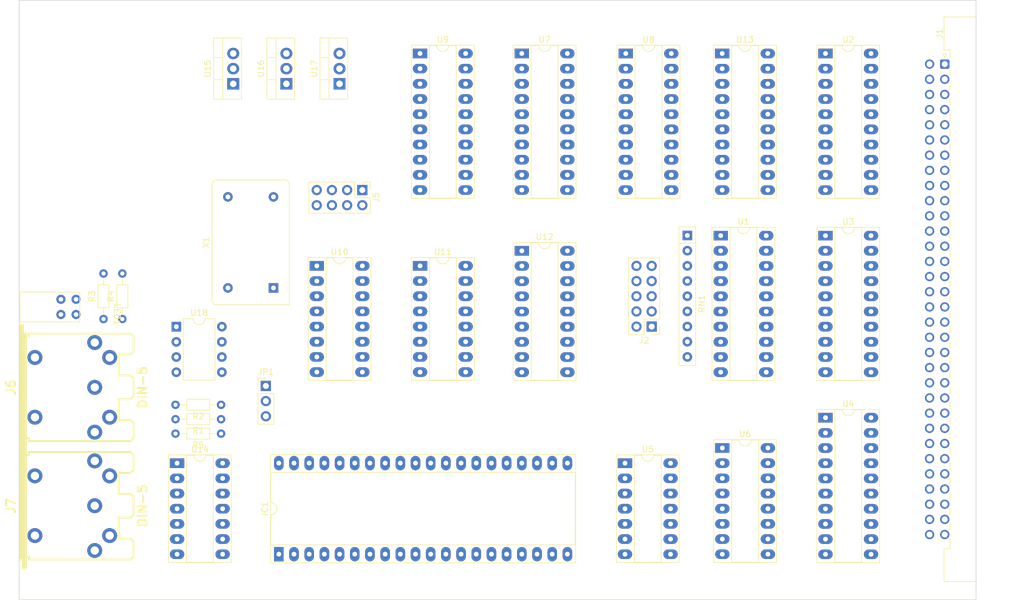
<source format=kicad_pcb>
(kicad_pcb (version 20211014) (generator pcbnew)
  (layers (0 "F.Cu" signal) (31 "B.Cu" signal) (34 "B.Paste" user) (35 "F.Paste" user) (36 "B.SilkS" user "B.Silkscreen") (37 "F.SilkS" user "F.Silkscreen") (38 "B.Mask" user) (39 "F.Mask" user) (44 "Edge.Cuts" user))
  (net 0 "")
  (net 1 "/#D1")
  (net 2 "/#D3")
  (net 3 "/#D5")
  (net 4 "/#D7")
  (net 5 "/~{INT}")
  (net 8 "/~{#M1}")
  (net 9 "+5V")
  (net 12 "MIDI_IN")
  (net 13 "Net-(IC1-Pad13)")
  (net 14 "MIDI_OUT")
  (net 19 "/#CLK_CPU")
  (net 20 "/~{#RESET}")
  (net 29 "GND")
  (net 30 "/~{#RD}")
  (net 31 "/#A1")
  (net 32 "/#A0")
  (net 33 "~{CS_SIO}")
  (net 34 "/~{#IOREQ}")
  (net 35 "/#D6")
  (net 36 "/#D4")
  (net 37 "/#D2")
  (net 38 "/#D0")
  (net 39 "/MEMAQ")
  (net 40 "/~{INT3}")
  (net 41 "/A0")
  (net 42 "/A1")
  (net 43 "/A2")
  (net 44 "/A3")
  (net 45 "/A4")
  (net 46 "/A5")
  (net 47 "/A6")
  (net 48 "/A7")
  (net 49 "/A8")
  (net 50 "/A9")
  (net 51 "/A10")
  (net 52 "/A11")
  (net 53 "/A12")
  (net 54 "/A13")
  (net 55 "/A14")
  (net 56 "/A15")
  (net 57 "/~{BUSREQ}")
  (net 58 "/~{BUSACK}")
  (net 59 "/A16")
  (net 60 "/A17")
  (net 61 "/A18")
  (net 62 "/A19")
  (net 63 "/A20")
  (net 64 "/A21")
  (net 65 "/A22{slash}SCL")
  (net 66 "/A23{slash}SDA")
  (net 67 "/~{INT0}")
  (net 68 "/~{INT1}")
  (net 69 "/~{INT2}")
  (net 70 "/D0")
  (net 71 "/D1")
  (net 72 "/D2")
  (net 73 "/D3")
  (net 74 "/D4")
  (net 75 "/D5")
  (net 76 "/D6")
  (net 77 "/D7")
  (net 78 "/~{RESET}")
  (net 79 "/CLK_CPU")
  (net 80 "/~{NMI}")
  (net 81 "/~{M1}")
  (net 82 "/~{WAIT}")
  (net 83 "/~{HALT}")
  (net 84 "/~{RD}")
  (net 85 "/~{WR}")
  (net 86 "/~{MREQ}")
  (net 87 "/~{IOREQ}")
  (net 90 "+12V")
  (net 91 "-12V")
  (net 92 "-5V")
  (net 93 "+3V3")
  (net 94 "Net-(J6-Pad4)")
  (net 95 "Net-(J6-Pad2)")
  (net 98 "Net-(JP1-Pad2)")
  (net 99 "Net-(LED1-Pad1a)")
  (net 100 "Net-(LED1-Pad1b)")
  (net 101 "Net-(LED1-Pad2a)")
  (net 102 "Net-(LED1-Pad2b)")
  (net 103 "Net-(R1-Pad2)")
  (net 104 "Net-(R2-Pad1)")
  (net 105 "Net-(J2-Pad10)")
  (net 106 "Net-(J2-Pad8)")
  (net 107 "Net-(J2-Pad6)")
  (net 108 "Net-(J2-Pad4)")
  (net 109 "Net-(RN1-Pad7)")
  (net 110 "Net-(RN1-Pad8)")
  (net 111 "Net-(RN1-Pad9)")
  (net 112 "/{slash}IOREQ")
  (net 113 "/#A3")
  (net 114 "/#A4")
  (net 115 "/#A5")
  (net 116 "/#A6")
  (net 117 "/#A7")
  (net 118 "Net-(U1-Pad19)")
  (net 119 "DEC_BUF_DIR")
  (net 120 "/#A2")
  (net 121 "/~{#WR}")
  (net 125 "~{WR_MUX}")
  (net 128 "~{RD_ADC}")
  (net 130 "~{RD_PORTB}")
  (net 131 "~{RD_PORTA}")
  (net 132 "JOYB0")
  (net 133 "JOYB1")
  (net 134 "JOYB2")
  (net 135 "JOYB3")
  (net 136 "FIREB{slash}LPB")
  (net 137 "~{ADC_RDY}")
  (net 138 "BUF_POTBX")
  (net 139 "BUF_POTBY")
  (net 140 "Net-(U5-Pad13)")
  (net 141 "ADC_START")
  (net 142 "MUX_2")
  (net 143 "MUX_1")
  (net 144 "MUX_0")
  (net 145 "JOYA0")
  (net 146 "JOYA1")
  (net 147 "JOYA2")
  (net 148 "JOYA3")
  (net 149 "FIREA{slash}LPA")
  (net 150 "BUF_POTAX")
  (net 151 "BUF_POTAY")
  (net 156 "Net-(U12-Pad3)")
  (net 157 "-10V")
  (net 158 "POTBY")
  (net 159 "POTAX")
  (net 160 "POTAY")
  (net 161 "POTBX")
  (net 162 "+10V")
  (net 163 "-15V")
  (net 172 "Net-(U5-Pad10)")
  (net 184 "Net-(U10-Pad11)")
  (net 186 "Net-(U11-Pad3)")
  (net 188 "Net-(U12-Pad2)")
  (net 189 "Net-(U12-Pad4)")
  (net 190 "Net-(U12-Pad5)")
  (net 191 "Net-(U12-Pad6)")
  (net 192 "Net-(U12-Pad7)")
  (net 193 "Net-(U12-Pad8)")
  (net 194 "Net-(U12-Pad9)")
  (net 196 "Net-(U14-Pad1)")
  (net 200 "Net-(J2-Pad2)")
  (net 202 "Net-(J7-Pad4)")
  (net 203 "Net-(J7-Pad2)")
  (footprint "Package_TO_SOT_THT:TO-220-3_Vertical" (layer "F.Cu") (at 120.396 59.182 90)
    (fp_text reference "U17" (at 2.54 -4.27 90) (layer "F.SilkS"))
    (fp_text value "LM7910_TO220")
    (pad "1" thru_hole rect (at 0 0 90) (size 1.905 2) (drill 1.1) (layers *.Cu *.Mask))
    (pad "2" thru_hole oval (at 2.54 0 90) (size 1.905 2) (drill 1.1) (layers *.Cu *.Mask))
    (pad "3" thru_hole oval (at 5.08 0 90) (size 1.905 2) (drill 1.1) (layers *.Cu *.Mask))
  )
  (footprint "Resistor_THT:R_Axial_DIN0204_L3.6mm_D1.6mm_P7.62mm_Horizontal" (layer "F.Cu") (at 84.074 98.552 90)
    (fp_text reference "R4" (at 3.81 -1.92 90) (layer "F.SilkS"))
    (fp_text value "10k")
    (pad "1" thru_hole circle (at 0 0 90) (size 1.4 1.4) (drill 0.7) (layers *.Cu *.Mask) (net 102 "Net-(LED1-Pad2b)"))
    (pad "2" thru_hole oval (at 7.62 0 90) (size 1.4 1.4) (drill 0.7) (layers *.Cu *.Mask) (net 9 "+5V"))
  )
  (footprint "Connector_DIN:DIN41612_Q_2x32_Male_Horizontal_THT" (layer "F.Cu") (at 221.609 55.88 -90)
    (fp_text reference "J1" (at -5.08 0.86 90) (layer "F.SilkS"))
    (fp_text value "Conn_02x32_Row_Letter_First")
    (pad "" np_thru_hole circle (at 83.82 -2.54 270) (size 2.85 2.85) (drill 2.85) (layers *.Cu *.Mask))
    (pad "" np_thru_hole circle (at -5.08 -2.54 270) (size 2.85 2.85) (drill 2.85) (layers *.Cu *.Mask))
    (pad "a1" thru_hole roundrect (at 0 0 270) (size 1.55 1.55) (drill 1) (layers *.Cu *.Mask) (roundrect_rratio 0.16129) (net 29 "GND"))
    (pad "a2" thru_hole circle (at 2.54 0 270) (size 1.55 1.55) (drill 1) (layers *.Cu *.Mask) (net 29 "GND"))
    (pad "a3" thru_hole circle (at 5.08 0 270) (size 1.55 1.55) (drill 1) (layers *.Cu *.Mask) (net 29 "GND"))
    (pad "a4" thru_hole circle (at 7.62 0 270) (size 1.55 1.55) (drill 1) (layers *.Cu *.Mask) (net 29 "GND"))
    (pad "a5" thru_hole circle (at 10.16 0 270) (size 1.55 1.55) (drill 1) (layers *.Cu *.Mask) (net 39 "/MEMAQ"))
    (pad "a6" thru_hole circle (at 12.7 0 270) (size 1.55 1.55) (drill 1) (layers *.Cu *.Mask) (net 40 "/~{INT3}"))
    (pad "a7" thru_hole circle (at 15.24 0 270) (size 1.55 1.55) (drill 1) (layers *.Cu *.Mask) (net 41 "/A0"))
    (pad "a8" thru_hole circle (at 17.78 0 270) (size 1.55 1.55) (drill 1) (layers *.Cu *.Mask) (net 42 "/A1"))
    (pad "a9" thru_hole circle (at 20.32 0 270) (size 1.55 1.55) (drill 1) (layers *.Cu *.Mask) (net 43 "/A2"))
    (pad "a10" thru_hole circle (at 22.86 0 270) (size 1.55 1.55) (drill 1) (layers *.Cu *.Mask) (net 44 "/A3"))
    (pad "a11" thru_hole circle (at 25.4 0 270) (size 1.55 1.55) (drill 1) (layers *.Cu *.Mask) (net 45 "/A4"))
    (pad "a12" thru_hole circle (at 27.94 0 270) (size 1.55 1.55) (drill 1) (layers *.Cu *.Mask) (net 46 "/A5"))
    (pad "a13" thru_hole circle (at 30.48 0 270) (size 1.55 1.55) (drill 1) (layers *.Cu *.Mask) (net 47 "/A6"))
    (pad "a14" thru_hole circle (at 33.02 0 270) (size 1.55 1.55) (drill 1) (layers *.Cu *.Mask) (net 48 "/A7"))
    (pad "a15" thru_hole circle (at 35.56 0 270) (size 1.55 1.55) (drill 1) (layers *.Cu *.Mask) (net 49 "/A8"))
    (pad "a16" thru_hole circle (at 38.1 0 270) (size 1.55 1.55) (drill 1) (layers *.Cu *.Mask) (net 50 "/A9"))
    (pad "a17" thru_hole circle (at 40.64 0 270) (size 1.55 1.55) (drill 1) (layers *.Cu *.Mask) (net 51 "/A10"))
    (pad "a18" thru_hole circle (at 43.18 0 270) (size 1.55 1.55) (drill 1) (layers *.Cu *.Mask) (net 52 "/A11"))
    (pad "a19" thru_hole circle (at 45.72 0 270) (size 1.55 1.55) (drill 1) (layers *.Cu *.Mask) (net 53 "/A12"))
    (pad "a20" thru_hole circle (at 48.26 0 270) (size 1.55 1.55) (drill 1) (layers *.Cu *.Mask) (net 54 "/A13"))
    (pad "a21" thru_hole circle (at 50.8 0 270) (size 1.55 1.55) (drill 1) (layers *.Cu *.Mask) (net 55 "/A14"))
    (pad "a22" thru_hole circle (at 53.34 0 270) (size 1.55 1.55) (drill 1) (layers *.Cu *.Mask) (net 56 "/A15"))
    (pad "a23" thru_hole circle (at 55.88 0 270) (size 1.55 1.55) (drill 1) (layers *.Cu *.Mask) (net 57 "/~{BUSREQ}"))
    (pad "a24" thru_hole circle (at 58.42 0 270) (size 1.55 1.55) (drill 1) (layers *.Cu *.Mask) (net 58 "/~{BUSACK}"))
    (pad "a25" thru_hole circle (at 60.96 0 270) (size 1.55 1.55) (drill 1) (layers *.Cu *.Mask) (net 59 "/A16"))
    (pad "a26" thru_hole circle (at 63.5 0 270) (size 1.55 1.55) (drill 1) (layers *.Cu *.Mask) (net 60 "/A17"))
    (pad "a27" thru_hole circle (at 66.04 0 270) (size 1.55 1.55) (drill 1) (layers *.Cu *.Mask) (net 61 "/A18"))
    (pad "a28" thru_hole circle (at 68.58 0 270) (size 1.55 1.55) (drill 1) (layers *.Cu *.Mask) (net 62 "/A19"))
    (pad "a29" thru_hole circle (at 71.12 0 270) (size 1.55 1.55) (drill 1) (layers *.Cu *.Mask) (net 63 "/A20"))
    (pad "a30" thru_hole circle (at 73.66 0 270) (size 1.55 1.55) (drill 1) (layers *.Cu *.Mask) (net 64 "/A21"))
    (pad "a31" thru_hole circle (at 76.2 0 270) (size 1.55 1.55) (drill 1) (layers *.Cu *.Mask) (net 65 "/A22{slash}SCL"))
    (pad "a32" thru_hole circle (at 78.74 0 270) (size 1.55 1.55) (drill 1) (layers *.Cu *.Mask) (net 66 "/A23{slash}SDA"))
    (pad "b1" thru_hole circle (at 0 2.54 270) (size 1.55 1.55) (drill 1) (layers *.Cu *.Mask) (net 9 "+5V"))
    (pad "b2" thru_hole circle (at 2.54 2.54 270) (size 1.55 1.55) (drill 1) (layers *.Cu *.Mask) (net 9 "+5V"))
    (pad "b3" thru_hole circle (at 5.08 2.54 270) (size 1.55 1.55) (drill 1) (layers *.Cu *.Mask) (net 9 "+5V"))
    (pad "b4" thru_hole circle (at 7.62 2.54 270) (size 1.55 1.55) (drill 1) (layers *.Cu *.Mask) (net 67 "/~{INT0}"))
    (pad "b5" thru_hole circle (at 10.16 2.54 270) (size 1.55 1.55) (drill 1) (layers *.Cu *.Mask) (net 68 "/~{INT1}"))
    (pad "b6" thru_hole circle (at 12.7 2.54 270) (size 1.55 1.55) (drill 1) (layers *.Cu *.Mask) (net 69 "/~{INT2}"))
    (pad "b7" thru_hole circle (at 15.24 2.54 270) (size 1.55 1.55) (drill 1) (layers *.Cu *.Mask) (net 70 "/D0"))
    (pad "b8" thru_hole circle (at 17.78 2.54 270) (size 1.55 1.55) (drill 1) (layers *.Cu *.Mask) (net 71 "/D1"))
    (pad "b9" thru_hole circle (at 20.32 2.54 270) (size 1.55 1.55) (drill 1) (layers *.Cu *.Mask) (net 72 "/D2"))
    (pad "b10" thru_hole circle (at 22.86 2.54 270) (size 1.55 1.55) (drill 1) (layers *.Cu *.Mask) (net 73 "/D3"))
    (pad "b11" thru_hole circle (at 25.4 2.54 270) (size 1.55 1.55) (drill 1) (layers *.Cu *.Mask) (net 74 "/D4"))
    (pad "b12" thru_hole circle (at 27.94 2.54 270) (size 1.55 1.55) (drill 1) (layers *.Cu *.Mask) (net 75 "/D5"))
    (pad "b13" thru_hole circle (at 30.48 2.54 270) (size 1.55 1.55) (drill 1) (layers *.Cu *.Mask) (net 76 "/D6"))
    (pad "b14" thru_hole circle (at 33.02 2.54 270) (size 1.55 1.55) (drill 1) (layers *.Cu *.Mask) (net 77 "/D7"))
    (pad "b15" thru_hole circle (at 35.56 2.54 270) (size 1.55 1.55) (drill 1) (layers *.Cu *.Mask) (net 78 "/~{RESET}"))
    (pad "b16" thru_hole circle (at 38.1 2.54 270) (size 1.55 1.55) (drill 1) (layers *.Cu *.Mask) (net 79 "/CLK_CPU"))
    (pad "b17" thru_hole circle (at 40.64 2.54 270) (size 1.55 1.55) (drill 1) (layers *.Cu *.Mask) (net 5 "/~{INT}"))
    (pad "b18" thru_hole circle (at 43.18 2.54 270) (size 1.55 1.55) (drill 1) (layers *.Cu *.Mask) (net 80 "/~{NMI}"))
    (pad "b19" thru_hole circle (at 45.72 2.54 270) (size 1.55 1.55) (drill 1) (layers *.Cu *.Mask) (net 81 "/~{M1}"))
    (pad "b20" thru_hole circle (at 48.26 2.54 270) (size 1.55 1.55) (drill 1) (layers *.Cu *.Mask) (net 82 "/~{WAIT}"))
    (pad "b21" thru_hole circle (at 50.8 2.54 270) (size 1.55 1.55) (drill 1) (layers *.Cu *.Mask) (net 83 "/~{HALT}"))
    (pad "b22" thru_hole circle (at 53.34 2.54 270) (size 1.55 1.55) (drill 1) (layers *.Cu *.Mask) (net 84 "/~{RD}"))
    (pad "b23" thru_hole circle (at 55.88 2.54 270) (size 1.55 1.55) (drill 1) (layers *.Cu *.Mask) (net 85 "/~{WR}"))
    (pad "b24" thru_hole circle (at 58.42 2.54 270) (size 1.55 1.55) (drill 1) (layers *.Cu *.Mask) (net 86 "/~{MREQ}"))
    (pad "b25" thru_hole circle (at 60.96 2.54 270) (size 1.55 1.55) (drill 1) (layers *.Cu *.Mask) (net 87 "/~{IOREQ}"))
    (pad "b26" thru_hole circle (at 63.5 2.54 270) (size 1.55 1.55) (drill 1) (layers *.Cu *.Mask))
    (pad "b27" thru_hole circle (at 66.04 2.54 270) (size 1.55 1.55) (drill 1) (layers *.Cu *.Mask))
    (pad "b28" thru_hole circle (at 68.58 2.54 270) (size 1.55 1.55) (drill 1) (layers *.Cu *.Mask) (net 90 "+12V"))
    (pad "b29" thru_hole circle (at 71.12 2.54 270) (size 1.55 1.55) (drill 1) (layers *.Cu *.Mask) (net 91 "-12V"))
    (pad "b30" thru_hole circle (at 73.66 2.54 270) (size 1.55 1.55) (drill 1) (layers *.Cu *.Mask) (net 92 "-5V"))
    (pad "b31" thru_hole circle (at 76.2 2.54 270) (size 1.55 1.55) (drill 1) (layers *.Cu *.Mask) (net 93 "+3V3"))
    (pad "b32" thru_hole circle (at 78.74 2.54 270) (size 1.55 1.55) (drill 1) (layers *.Cu *.Mask) (net 29 "GND"))
  )
  (footprint "Resistor_THT:R_Array_SIP9" (layer "F.Cu") (at 178.562 84.567 -90)
    (fp_text reference "RN1" (at 11.43 -2.4 90) (layer "F.SilkS"))
    (fp_text value "R_Network08")
    (pad "1" thru_hole rect (at 0 0 270) (size 1.6 1.6) (drill 0.8) (layers *.Cu *.Mask) (net 29 "GND"))
    (pad "2" thru_hole oval (at 2.54 0 270) (size 1.6 1.6) (drill 0.8) (layers *.Cu *.Mask) (net 105 "Net-(J2-Pad10)"))
    (pad "3" thru_hole oval (at 5.08 0 270) (size 1.6 1.6) (drill 0.8) (layers *.Cu *.Mask) (net 106 "Net-(J2-Pad8)"))
    (pad "4" thru_hole oval (at 7.62 0 270) (size 1.6 1.6) (drill 0.8) (layers *.Cu *.Mask) (net 107 "Net-(J2-Pad6)"))
    (pad "5" thru_hole oval (at 10.16 0 270) (size 1.6 1.6) (drill 0.8) (layers *.Cu *.Mask) (net 108 "Net-(J2-Pad4)"))
    (pad "6" thru_hole oval (at 12.7 0 270) (size 1.6 1.6) (drill 0.8) (layers *.Cu *.Mask) (net 200 "Net-(J2-Pad2)"))
    (pad "7" thru_hole oval (at 15.24 0 270) (size 1.6 1.6) (drill 0.8) (layers *.Cu *.Mask) (net 109 "Net-(RN1-Pad7)"))
    (pad "8" thru_hole oval (at 17.78 0 270) (size 1.6 1.6) (drill 0.8) (layers *.Cu *.Mask) (net 110 "Net-(RN1-Pad8)"))
    (pad "9" thru_hole oval (at 20.32 0 270) (size 1.6 1.6) (drill 0.8) (layers *.Cu *.Mask) (net 111 "Net-(RN1-Pad9)"))
  )
  (footprint "Connector_PinHeader_2.54mm:PinHeader_2x05_P2.54mm_Vertical" (layer "F.Cu") (at 172.598 99.817 180)
    (fp_text reference "J2" (at 1.27 -2.33) (layer "F.SilkS"))
    (fp_text value "Conn_02x05_Odd_Even")
    (pad "1" thru_hole rect (at 0 0 180) (size 1.7 1.7) (drill 1) (layers *.Cu *.Mask) (net 9 "+5V"))
    (pad "2" thru_hole oval (at 2.54 0 180) (size 1.7 1.7) (drill 1) (layers *.Cu *.Mask) (net 200 "Net-(J2-Pad2)"))
    (pad "3" thru_hole oval (at 0 2.54 180) (size 1.7 1.7) (drill 1) (layers *.Cu *.Mask) (net 9 "+5V"))
    (pad "4" thru_hole oval (at 2.54 2.54 180) (size 1.7 1.7) (drill 1) (layers *.Cu *.Mask) (net 108 "Net-(J2-Pad4)"))
    (pad "5" thru_hole oval (at 0 5.08 180) (size 1.7 1.7) (drill 1) (layers *.Cu *.Mask) (net 9 "+5V"))
    (pad "6" thru_hole oval (at 2.54 5.08 180) (size 1.7 1.7) (drill 1) (layers *.Cu *.Mask) (net 107 "Net-(J2-Pad6)"))
    (pad "7" thru_hole oval (at 0 7.62 180) (size 1.7 1.7) (drill 1) (layers *.Cu *.Mask) (net 9 "+5V"))
    (pad "8" thru_hole oval (at 2.54 7.62 180) (size 1.7 1.7) (drill 1) (layers *.Cu *.Mask) (net 106 "Net-(J2-Pad8)"))
    (pad "9" thru_hole oval (at 0 10.16 180) (size 1.7 1.7) (drill 1) (layers *.Cu *.Mask) (net 9 "+5V"))
    (pad "10" thru_hole oval (at 2.54 10.16 180) (size 1.7 1.7) (drill 1) (layers *.Cu *.Mask) (net 105 "Net-(J2-Pad10)"))
  )
  (footprint "Package_DIP:DIP-20_W7.62mm_Socket_LongPads" (layer "F.Cu") (at 150.876 54.102)
    (fp_text reference "U7" (at 3.81 -2.33) (layer "F.SilkS"))
    (fp_text value "74LS573")
    (pad "1" thru_hole rect (at 0 0) (size 2.4 1.6) (drill 0.8) (layers *.Cu *.Mask) (net 130 "~{RD_PORTB}"))
    (pad "2" thru_hole oval (at 0 2.54) (size 2.4 1.6) (drill 0.8) (layers *.Cu *.Mask) (net 132 "JOYB0"))
    (pad "3" thru_hole oval (at 0 5.08) (size 2.4 1.6) (drill 0.8) (layers *.Cu *.Mask) (net 133 "JOYB1"))
    (pad "4" thru_hole oval (at 0 7.62) (size 2.4 1.6) (drill 0.8) (layers *.Cu *.Mask) (net 134 "JOYB2"))
    (pad "5" thru_hole oval (at 0 10.16) (size 2.4 1.6) (drill 0.8) (layers *.Cu *.Mask) (net 135 "JOYB3"))
    (pad "6" thru_hole oval (at 0 12.7) (size 2.4 1.6) (drill 0.8) (layers *.Cu *.Mask) (net 136 "FIREB{slash}LPB"))
    (pad "7" thru_hole oval (at 0 15.24) (size 2.4 1.6) (drill 0.8) (layers *.Cu *.Mask) (net 137 "~{ADC_RDY}"))
    (pad "8" thru_hole oval (at 0 17.78) (size 2.4 1.6) (drill 0.8) (layers *.Cu *.Mask) (net 138 "BUF_POTBX"))
    (pad "9" thru_hole oval (at 0 20.32) (size 2.4 1.6) (drill 0.8) (layers *.Cu *.Mask) (net 139 "BUF_POTBY"))
    (pad "10" thru_hole oval (at 0 22.86) (size 2.4 1.6) (drill 0.8) (layers *.Cu *.Mask) (net 29 "GND"))
    (pad "11" thru_hole oval (at 7.62 22.86) (size 2.4 1.6) (drill 0.8) (layers *.Cu *.Mask) (net 130 "~{RD_PORTB}"))
    (pad "12" thru_hole oval (at 7.62 20.32) (size 2.4 1.6) (drill 0.8) (layers *.Cu *.Mask) (net 4 "/#D7"))
    (pad "13" thru_hole oval (at 7.62 17.78) (size 2.4 1.6) (drill 0.8) (layers *.Cu *.Mask) (net 35 "/#D6"))
    (pad "14" thru_hole oval (at 7.62 15.24) (size 2.4 1.6) (drill 0.8) (layers *.Cu *.Mask) (net 3 "/#D5"))
    (pad "15" thru_hole oval (at 7.62 12.7) (size 2.4 1.6) (drill 0.8) (layers *.Cu *.Mask) (net 36 "/#D4"))
    (pad "16" thru_hole oval (at 7.62 10.16) (size 2.4 1.6) (drill 0.8) (layers *.Cu *.Mask) (net 2 "/#D3"))
    (pad "17" thru_hole oval (at 7.62 7.62) (size 2.4 1.6) (drill 0.8) (layers *.Cu *.Mask) (net 37 "/#D2"))
    (pad "18" thru_hole oval (at 7.62 5.08) (size 2.4 1.6) (drill 0.8) (layers *.Cu *.Mask) (net 1 "/#D1"))
    (pad "19" thru_hole oval (at 7.62 2.54) (size 2.4 1.6) (drill 0.8) (layers *.Cu *.Mask) (net 38 "/#D0"))
    (pad "20" thru_hole oval (at 7.62 0) (size 2.4 1.6) (drill 0.8) (layers *.Cu *.Mask) (net 9 "+5V"))
  )
  (footprint "Package_DIP:DIP-16_W7.62mm_Socket_LongPads" (layer "F.Cu") (at 133.868 89.652)
    (fp_text reference "U11" (at 3.81 -2.33) (layer "F.SilkS"))
    (fp_text value "74HCT4051")
    (pad "1" thru_hole rect (at 0 0) (size 2.4 1.6) (drill 0.8) (layers *.Cu *.Mask))
    (pad "2" thru_hole oval (at 0 2.54) (size 2.4 1.6) (drill 0.8) (layers *.Cu *.Mask))
    (pad "3" thru_hole oval (at 0 5.08) (size 2.4 1.6) (drill 0.8) (layers *.Cu *.Mask) (net 186 "Net-(U11-Pad3)"))
    (pad "4" thru_hole oval (at 0 7.62) (size 2.4 1.6) (drill 0.8) (layers *.Cu *.Mask))
    (pad "5" thru_hole oval (at 0 10.16) (size 2.4 1.6) (drill 0.8) (layers *.Cu *.Mask))
    (pad "6" thru_hole oval (at 0 12.7) (size 2.4 1.6) (drill 0.8) (layers *.Cu *.Mask) (net 29 "GND"))
    (pad "7" thru_hole oval (at 0 15.24) (size 2.4 1.6) (drill 0.8) (layers *.Cu *.Mask) (net 157 "-10V"))
    (pad "8" thru_hole oval (at 0 17.78) (size 2.4 1.6) (drill 0.8) (layers *.Cu *.Mask) (net 29 "GND"))
    (pad "9" thru_hole oval (at 7.62 17.78) (size 2.4 1.6) (drill 0.8) (layers *.Cu *.Mask) (net 142 "MUX_2"))
    (pad "10" thru_hole oval (at 7.62 15.24) (size 2.4 1.6) (drill 0.8) (layers *.Cu *.Mask) (net 143 "MUX_1"))
    (pad "11" thru_hole oval (at 7.62 12.7) (size 2.4 1.6) (drill 0.8) (layers *.Cu *.Mask) (net 144 "MUX_0"))
    (pad "12" thru_hole oval (at 7.62 10.16) (size 2.4 1.6) (drill 0.8) (layers *.Cu *.Mask) (net 158 "POTBY"))
    (pad "13" thru_hole oval (at 7.62 7.62) (size 2.4 1.6) (drill 0.8) (layers *.Cu *.Mask) (net 159 "POTAX"))
    (pad "14" thru_hole oval (at 7.62 5.08) (size 2.4 1.6) (drill 0.8) (layers *.Cu *.Mask) (net 160 "POTAY"))
    (pad "15" thru_hole oval (at 7.62 2.54) (size 2.4 1.6) (drill 0.8) (layers *.Cu *.Mask) (net 161 "POTBX"))
    (pad "16" thru_hole oval (at 7.62 0) (size 2.4 1.6) (drill 0.8) (layers *.Cu *.Mask) (net 162 "+10V"))
  )
  (footprint "w_conn_av:din-5" (layer "F.Cu") (at 76.454 109.982 -90)
    (fp_text reference "J6" (at 0 11 90) (layer "F.SilkS") (effects (font (size 1.5 1.5) (thickness 0.3))))
    (fp_text value "DIN-5" (at 0 -11 90) (layer "F.SilkS") (effects (font (size 1.5 1.5) (thickness 0.3))))
    (pad "1" thru_hole circle locked (at 7.5 -3 270) (size 2.5 2.5) (drill 1.4) (layers *.Cu *.Mask))
    (pad "2" thru_hole circle locked (at 0 -3 270) (size 2.5 2.5) (drill 1.4) (layers *.Cu *.Mask) (net 95 "Net-(J6-Pad2)"))
    (pad "3" thru_hole circle locked (at -7.5 -3 270) (size 2.5 2.5) (drill 1.4) (layers *.Cu *.Mask))
    (pad "4" thru_hole circle locked (at 5 -5.5 270) (size 2.5 2.5) (drill 1.4) (layers *.Cu *.Mask) (net 94 "Net-(J6-Pad4)"))
    (pad "5" thru_hole circle locked (at -5 -5.5 270) (size 2.5 2.5) (drill 1.4) (layers *.Cu *.Mask))
    (pad "6" thru_hole circle locked (at 5 7 270) (size 2.5 2.5) (drill 1.4) (layers *.Cu *.Mask))
    (pad "6" thru_hole circle locked (at -5 7 270) (size 2.5 2.5) (drill 1.4) (layers *.Cu *.Mask))
  )
  (footprint "Package_DIP:DIP-20_W7.62mm_Socket_LongPads" (layer "F.Cu") (at 168.26 54.107)
    (fp_text reference "U8" (at 3.81 -2.33) (layer "F.SilkS"))
    (fp_text value "74LS573")
    (pad "1" thru_hole rect (at 0 0) (size 2.4 1.6) (drill 0.8) (layers *.Cu *.Mask) (net 29 "GND"))
    (pad "2" thru_hole oval (at 0 2.54) (size 2.4 1.6) (drill 0.8) (layers *.Cu *.Mask) (net 38 "/#D0"))
    (pad "3" thru_hole oval (at 0 5.08) (size 2.4 1.6) (drill 0.8) (layers *.Cu *.Mask) (net 1 "/#D1"))
    (pad "4" thru_hole oval (at 0 7.62) (size 2.4 1.6) (drill 0.8) (layers *.Cu *.Mask) (net 37 "/#D2"))
    (pad "5" thru_hole oval (at 0 10.16) (size 2.4 1.6) (drill 0.8) (layers *.Cu *.Mask) (net 2 "/#D3"))
    (pad "6" thru_hole oval (at 0 12.7) (size 2.4 1.6) (drill 0.8) (layers *.Cu *.Mask) (net 36 "/#D4"))
    (pad "7" thru_hole oval (at 0 15.24) (size 2.4 1.6) (drill 0.8) (layers *.Cu *.Mask) (net 3 "/#D5"))
    (pad "8" thru_hole oval (at 0 17.78) (size 2.4 1.6) (drill 0.8) (layers *.Cu *.Mask) (net 35 "/#D6"))
    (pad "9" thru_hole oval (at 0 20.32) (size 2.4 1.6) (drill 0.8) (layers *.Cu *.Mask) (net 4 "/#D7"))
    (pad "10" thru_hole oval (at 0 22.86) (size 2.4 1.6) (drill 0.8) (layers *.Cu *.Mask) (net 29 "GND"))
    (pad "11" thru_hole oval (at 7.62 22.86) (size 2.4 1.6) (drill 0.8) (layers *.Cu *.Mask) (net 140 "Net-(U5-Pad13)"))
    (pad "12" thru_hole oval (at 7.62 20.32) (size 2.4 1.6) (drill 0.8) (layers *.Cu *.Mask))
    (pad "13" thru_hole oval (at 7.62 17.78) (size 2.4 1.6) (drill 0.8) (layers *.Cu *.Mask))
    (pad "14" thru_hole oval (at 7.62 15.24) (size 2.4 1.6) (drill 0.8) (layers *.Cu *.Mask))
    (pad "15" thru_hole oval (at 7.62 12.7) (size 2.4 1.6) (drill 0.8) (layers *.Cu *.Mask))
    (pad "16" thru_hole oval (at 7.62 10.16) (size 2.4 1.6) (drill 0.8) (layers *.Cu *.Mask) (net 141 "ADC_START"))
    (pad "17" thru_hole oval (at 7.62 7.62) (size 2.4 1.6) (drill 0.8) (layers *.Cu *.Mask) (net 142 "MUX_2"))
    (pad "18" thru_hole oval (at 7.62 5.08) (size 2.4 1.6) (drill 0.8) (layers *.Cu *.Mask) (net 143 "MUX_1"))
    (pad "19" thru_hole oval (at 7.62 2.54) (size 2.4 1.6) (drill 0.8) (layers *.Cu *.Mask) (net 144 "MUX_0"))
    (pad "20" thru_hole oval (at 7.62 0) (size 2.4 1.6) (drill 0.8) (layers *.Cu *.Mask) (net 9 "+5V"))
  )
  (footprint "Resistor_THT:R_Axial_DIN0204_L3.6mm_D1.6mm_P7.62mm_Horizontal" (layer "F.Cu") (at 80.924 98.552 90)
    (fp_text reference "R3" (at 3.81 -1.92 90) (layer "F.SilkS"))
    (fp_text value "10k")
    (pad "1" thru_hole circle (at 0 0 90) (size 1.4 1.4) (drill 0.7) (layers *.Cu *.Mask) (net 100 "Net-(LED1-Pad1b)"))
    (pad "2" thru_hole oval (at 7.62 0 90) (size 1.4 1.4) (drill 0.7) (layers *.Cu *.Mask) (net 9 "+5V"))
  )
  (footprint "Package_TO_SOT_THT:TO-220-3_Vertical" (layer "F.Cu") (at 111.506 59.182 90)
    (fp_text reference "U16" (at 2.54 -4.27 90) (layer "F.SilkS"))
    (fp_text value "LM7810_TO220")
    (pad "1" thru_hole rect (at 0 0 90) (size 1.905 2) (drill 1.1) (layers *.Cu *.Mask))
    (pad "2" thru_hole oval (at 2.54 0 90) (size 1.905 2) (drill 1.1) (layers *.Cu *.Mask))
    (pad "3" thru_hole oval (at 5.08 0 90) (size 1.905 2) (drill 1.1) (layers *.Cu *.Mask))
  )
  (footprint "w_conn_av:din-5" (layer "F.Cu") (at 76.454 129.794 -90)
    (fp_text reference "J7" (at 0 11 90) (layer "F.SilkS") (effects (font (size 1.5 1.5) (thickness 0.3))))
    (fp_text value "DIN-5" (at 0 -11 90) (layer "F.SilkS") (effects (font (size 1.5 1.5) (thickness 0.3))))
    (pad "1" thru_hole circle locked (at 7.5 -3 270) (size 2.5 2.5) (drill 1.4) (layers *.Cu *.Mask))
    (pad "2" thru_hole circle locked (at 0 -3 270) (size 2.5 2.5) (drill 1.4) (layers *.Cu *.Mask) (net 203 "Net-(J7-Pad2)"))
    (pad "3" thru_hole circle locked (at -7.5 -3 270) (size 2.5 2.5) (drill 1.4) (layers *.Cu *.Mask) (net 29 "GND"))
    (pad "4" thru_hole circle locked (at 5 -5.5 270) (size 2.5 2.5) (drill 1.4) (layers *.Cu *.Mask) (net 202 "Net-(J7-Pad4)"))
    (pad "5" thru_hole circle locked (at -5 -5.5 270) (size 2.5 2.5) (drill 1.4) (layers *.Cu *.Mask))
    (pad "6" thru_hole circle locked (at -5 7 270) (size 2.5 2.5) (drill 1.4) (layers *.Cu *.Mask))
    (pad "6" thru_hole circle locked (at 5 7 270) (size 2.5 2.5) (drill 1.4) (layers *.Cu *.Mask))
  )
  (footprint "Package_DIP:DIP-20_W7.62mm_Socket_LongPads" (layer "F.Cu") (at 133.858 54.102)
    (fp_text reference "U9" (at 3.81 -2.33) (layer "F.SilkS"))
    (fp_text value "74LS573")
    (pad "1" thru_hole rect (at 0 0) (size 2.4 1.6) (drill 0.8) (layers *.Cu *.Mask) (net 131 "~{RD_PORTA}"))
    (pad "2" thru_hole oval (at 0 2.54) (size 2.4 1.6) (drill 0.8) (layers *.Cu *.Mask) (net 145 "JOYA0"))
    (pad "3" thru_hole oval (at 0 5.08) (size 2.4 1.6) (drill 0.8) (layers *.Cu *.Mask) (net 146 "JOYA1"))
    (pad "4" thru_hole oval (at 0 7.62) (size 2.4 1.6) (drill 0.8) (layers *.Cu *.Mask) (net 147 "JOYA2"))
    (pad "5" thru_hole oval (at 0 10.16) (size 2.4 1.6) (drill 0.8) (layers *.Cu *.Mask) (net 148 "JOYA3"))
    (pad "6" thru_hole oval (at 0 12.7) (size 2.4 1.6) (drill 0.8) (layers *.Cu *.Mask) (net 149 "FIREA{slash}LPA"))
    (pad "7" thru_hole oval (at 0 15.24) (size 2.4 1.6) (drill 0.8) (layers *.Cu *.Mask) (net 137 "~{ADC_RDY}"))
    (pad "8" thru_hole oval (at 0 17.78) (size 2.4 1.6) (drill 0.8) (layers *.Cu *.Mask) (net 150 "BUF_POTAX"))
    (pad "9" thru_hole oval (at 0 20.32) (size 2.4 1.6) (drill 0.8) (layers *.Cu *.Mask) (net 151 "BUF_POTAY"))
    (pad "10" thru_hole oval (at 0 22.86) (size 2.4 1.6) (drill 0.8) (layers *.Cu *.Mask) (net 29 "GND"))
    (pad "11" thru_hole oval (at 7.62 22.86) (size 2.4 1.6) (drill 0.8) (layers *.Cu *.Mask) (net 131 "~{RD_PORTA}"))
    (pad "12" thru_hole oval (at 7.62 20.32) (size 2.4 1.6) (drill 0.8) (layers *.Cu *.Mask) (net 4 "/#D7"))
    (pad "13" thru_hole oval (at 7.62 17.78) (size 2.4 1.6) (drill 0.8) (layers *.Cu *.Mask) (net 35 "/#D6"))
    (pad "14" thru_hole oval (at 7.62 15.24) (size 2.4 1.6) (drill 0.8) (layers *.Cu *.Mask) (net 3 "/#D5"))
    (pad "15" thru_hole oval (at 7.62 12.7) (size 2.4 1.6) (drill 0.8) (layers *.Cu *.Mask) (net 36 "/#D4"))
    (pad "16" thru_hole oval (at 7.62 10.16) (size 2.4 1.6) (drill 0.8) (layers *.Cu *.Mask) (net 2 "/#D3"))
    (pad "17" thru_hole oval (at 7.62 7.62) (size 2.4 1.6) (drill 0.8) (layers *.Cu *.Mask) (net 37 "/#D2"))
    (pad "18" thru_hole oval (at 7.62 5.08) (size 2.4 1.6) (drill 0.8) (layers *.Cu *.Mask) (net 1 "/#D1"))
    (pad "19" thru_hole oval (at 7.62 2.54) (size 2.4 1.6) (drill 0.8) (layers *.Cu *.Mask) (net 38 "/#D0"))
    (pad "20" thru_hole oval (at 7.62 0) (size 2.4 1.6) (drill 0.8) (layers *.Cu *.Mask) (net 9 "+5V"))
  )
  (footprint "Package_DIP:DIP-18_W7.62mm_Socket_LongPads" (layer "F.Cu") (at 150.886 87.132)
    (fp_text reference "U12" (at 3.81 -2.33) (layer "F.SilkS"))
    (fp_text value "AD570")
    (pad "1" thru_hole rect (at 0 0) (size 2.4 1.6) (drill 0.8) (layers *.Cu *.Mask))
    (pad "2" thru_hole oval (at 0 2.54) (size 2.4 1.6) (drill 0.8) (layers *.Cu *.Mask) (net 188 "Net-(U12-Pad2)"))
    (pad "3" thru_hole oval (at 0 5.08) (size 2.4 1.6) (drill 0.8) (layers *.Cu *.Mask) (net 156 "Net-(U12-Pad3)"))
    (pad "4" thru_hole oval (at 0 7.62) (size 2.4 1.6) (drill 0.8) (layers *.Cu *.Mask) (net 189 "Net-(U12-Pad4)"))
    (pad "5" thru_hole oval (at 0 10.16) (size 2.4 1.6) (drill 0.8) (layers *.Cu *.Mask) (net 190 "Net-(U12-Pad5)"))
    (pad "6" thru_hole oval (at 0 12.7) (size 2.4 1.6) (drill 0.8) (layers *.Cu *.Mask) (net 191 "Net-(U12-Pad6)"))
    (pad "7" thru_hole oval (at 0 15.24) (size 2.4 1.6) (drill 0.8) (layers *.Cu *.Mask) (net 192 "Net-(U12-Pad7)"))
    (pad "8" thru_hole oval (at 0 17.78) (size 2.4 1.6) (drill 0.8) (layers *.Cu *.Mask) (net 193 "Net-(U12-Pad8)"))
    (pad "9" thru_hole oval (at 0 20.32) (size 2.4 1.6) (drill 0.8) (layers *.Cu *.Mask) (net 194 "Net-(U12-Pad9)"))
    (pad "10" thru_hole oval (at 7.62 20.32) (size 2.4 1.6) (drill 0.8) (layers *.Cu *.Mask) (net 9 "+5V"))
    (pad "11" thru_hole oval (at 7.62 17.78) (size 2.4 1.6) (drill 0.8) (layers *.Cu *.Mask) (net 141 "ADC_START"))
    (pad "12" thru_hole oval (at 7.62 15.24) (size 2.4 1.6) (drill 0.8) (layers *.Cu *.Mask) (net 163 "-15V"))
    (pad "13" thru_hole oval (at 7.62 12.7) (size 2.4 1.6) (drill 0.8) (layers *.Cu *.Mask) (net 186 "Net-(U11-Pad3)"))
    (pad "14" thru_hole oval (at 7.62 10.16) (size 2.4 1.6) (drill 0.8) (layers *.Cu *.Mask) (net 29 "GND"))
    (pad "15" thru_hole oval (at 7.62 7.62) (size 2.4 1.6) (drill 0.8) (layers *.Cu *.Mask) (net 29 "GND"))
    (pad "16" thru_hole oval (at 7.62 5.08) (size 2.4 1.6) (drill 0.8) (layers *.Cu *.Mask) (net 29 "GND"))
    (pad "17" thru_hole oval (at 7.62 2.54) (size 2.4 1.6) (drill 0.8) (layers *.Cu *.Mask) (net 137 "~{ADC_RDY}"))
    (pad "18" thru_hole oval (at 7.62 0) (size 2.4 1.6) (drill 0.8) (layers *.Cu *.Mask))
  )
  (footprint "Resistor_THT:R_Axial_DIN0204_L3.6mm_D1.6mm_P7.62mm_Horizontal" (layer "F.Cu") (at 100.584 117.729 180)
    (fp_text reference "R5" (at 3.81 -1.92) (layer "F.SilkS"))
    (fp_text value "10k")
    (pad "1" thru_hole circle (at 0 0 180) (size 1.4 1.4) (drill 0.7) (layers *.Cu *.Mask) (net 9 "+5V"))
    (pad "2" thru_hole oval (at 7.62 0 180) (size 1.4 1.4) (drill 0.7) (layers *.Cu *.Mask) (net 202 "Net-(J7-Pad4)"))
  )
  (footprint "Resistor_THT:R_Axial_DIN0204_L3.6mm_D1.6mm_P7.62mm_Horizontal" (layer "F.Cu") (at 100.584 115.316 180)
    (fp_text reference "R1" (at 3.81 -1.92) (layer "F.SilkS"))
    (fp_text value "10k")
    (pad "1" thru_hole circle (at 0 0 180) (size 1.4 1.4) (drill 0.7) (layers *.Cu *.Mask) (net 9 "+5V"))
    (pad "2" thru_hole oval (at 7.62 0 180) (size 1.4 1.4) (drill 0.7) (layers *.Cu *.Mask) (net 103 "Net-(R1-Pad2)"))
  )
  (footprint "w_conn_av:MENTOR A500 Dual 3mm" (layer "F.Cu") (at 75.0695 96.519707 -90)
    (fp_text reference "LED1" (at 1.27 -8.12 -90 unlocked) (layer "F.SilkS"))
    (fp_text value "MENOTR_A500_Dual_3mm" hide)
    (pad "1a" thru_hole circle (at -1.27 -1.27 270) (size 1.524 1.524) (drill 0.762) (layers *.Cu *.Mask) (net 99 "Net-(LED1-Pad1a)"))
    (pad "1b" thru_hole circle (at 1.27 -1.27 270) (size 1.524 1.524) (drill 0.762) (layers *.Cu *.Mask) (net 100 "Net-(LED1-Pad1b)"))
    (pad "2a" thru_hole circle (at -1.27 1.27 270) (size 1.524 1.524) (drill 0.762) (layers *.Cu *.Mask) (net 101 "Net-(LED1-Pad2a)"))
    (pad "2b" thru_hole circle (at 1.27 1.27 270) (size 1.524 1.524) (drill 0.762) (layers *.Cu *.Mask) (net 102 "Net-(LED1-Pad2b)"))
  )
  (footprint "Package_DIP:DIP-20_W7.62mm_Socket_LongPads" (layer "F.Cu") (at 201.661 115.067)
    (fp_text reference "U4" (at 3.81 -2.33) (layer "F.SilkS"))
    (fp_text value "74HC245")
    (pad "1" thru_hole rect (at 0 0) (size 2.4 1.6) (drill 0.8) (layers *.Cu *.Mask) (net 29 "GND"))
    (pad "2" thru_hole oval (at 0 2.54) (size 2.4 1.6) (drill 0.8) (layers *.Cu *.Mask) (net 30 "/~{#RD}"))
    (pad "3" thru_hole oval (at 0 5.08) (size 2.4 1.6) (drill 0.8) (layers *.Cu *.Mask) (net 121 "/~{#WR}"))
    (pad "4" thru_hole oval (at 0 7.62) (size 2.4 1.6) (drill 0.8) (layers *.Cu *.Mask) (net 19 "/#CLK_CPU"))
    (pad "5" thru_hole oval (at 0 10.16) (size 2.4 1.6) (drill 0.8) (layers *.Cu *.Mask) (net 34 "/~{#IOREQ}"))
    (pad "6" thru_hole oval (at 0 12.7) (size 2.4 1.6) (drill 0.8) (layers *.Cu *.Mask))
    (pad "7" thru_hole oval (at 0 15.24) (size 2.4 1.6) (drill 0.8) (layers *.Cu *.Mask))
    (pad "8" thru_hole oval (at 0 17.78) (size 2.4 1.6) (drill 0.8) (layers *.Cu *.Mask) (net 8 "/~{#M1}"))
    (pad "9" thru_hole oval (at 0 20.32) (size 2.4 1.6) (drill 0.8) (layers *.Cu *.Mask) (net 20 "/~{#RESET}"))
    (pad "10" thru_hole oval (at 0 22.86) (size 2.4 1.6) (drill 0.8) (layers *.Cu *.Mask) (net 29 "GND"))
    (pad "11" thru_hole oval (at 7.62 22.86) (size 2.4 1.6) (drill 0.8) (layers *.Cu *.Mask) (net 78 "/~{RESET}"))
    (pad "12" thru_hole oval (at 7.62 20.32) (size 2.4 1.6) (drill 0.8) (layers *.Cu *.Mask) (net 81 "/~{M1}"))
    (pad "13" thru_hole oval (at 7.62 17.78) (size 2.4 1.6) (drill 0.8) (layers *.Cu *.Mask) (net 29 "GND"))
    (pad "14" thru_hole oval (at 7.62 15.24) (size 2.4 1.6) (drill 0.8) (layers *.Cu *.Mask) (net 29 "GND"))
    (pad "15" thru_hole oval (at 7.62 12.7) (size 2.4 1.6) (drill 0.8) (layers *.Cu *.Mask) (net 87 "/~{IOREQ}"))
    (pad "16" thru_hole oval (at 7.62 10.16) (size 2.4 1.6) (drill 0.8) (layers *.Cu *.Mask) (net 79 "/CLK_CPU"))
    (pad "17" thru_hole oval (at 7.62 7.62) (size 2.4 1.6) (drill 0.8) (layers *.Cu *.Mask) (net 85 "/~{WR}"))
    (pad "18" thru_hole oval (at 7.62 5.08) (size 2.4 1.6) (drill 0.8) (layers *.Cu *.Mask) (net 84 "/~{RD}"))
    (pad "19" thru_hole oval (at 7.62 2.54) (size 2.4 1.6) (drill 0.8) (layers *.Cu *.Mask) (net 29 "GND"))
    (pad "20" thru_hole oval (at 7.62 0) (size 2.4 1.6) (drill 0.8) (layers *.Cu *.Mask) (net 9 "+5V"))
  )
  (footprint "Package_DIP:DIP-16_W7.62mm_Socket_LongPads" (layer "F.Cu") (at 184.414 120.132)
    (fp_text reference "U6" (at 3.81 -2.33) (layer "F.SilkS"))
    (fp_text value "74HC138")
    (pad "1" thru_hole rect (at 0 0) (size 2.4 1.6) (drill 0.8) (layers *.Cu *.Mask) (net 32 "/#A0"))
    (pad "2" thru_hole oval (at 0 2.54) (size 2.4 1.6) (drill 0.8) (layers *.Cu *.Mask) (net 31 "/#A1"))
    (pad "3" thru_hole oval (at 0 5.08) (size 2.4 1.6) (drill 0.8) (layers *.Cu *.Mask) (net 30 "/~{#RD}"))
    (pad "4" thru_hole oval (at 0 7.62) (size 2.4 1.6) (drill 0.8) (layers *.Cu *.Mask) (net 118 "Net-(U1-Pad19)"))
    (pad "5" thru_hole oval (at 0 10.16) (size 2.4 1.6) (drill 0.8) (layers *.Cu *.Mask) (net 118 "Net-(U1-Pad19)"))
    (pad "6" thru_hole oval (at 0 12.7) (size 2.4 1.6) (drill 0.8) (layers *.Cu *.Mask) (net 120 "/#A2"))
    (pad "7" thru_hole oval (at 0 15.24) (size 2.4 1.6) (drill 0.8) (layers *.Cu *.Mask))
    (pad "8" thru_hole oval (at 0 17.78) (size 2.4 1.6) (drill 0.8) (layers *.Cu *.Mask) (net 29 "GND"))
    (pad "9" thru_hole oval (at 7.62 17.78) (size 2.4 1.6) (drill 0.8) (layers *.Cu *.Mask) (net 125 "~{WR_MUX}"))
    (pad "10" thru_hole oval (at 7.62 15.24) (size 2.4 1.6) (drill 0.8) (layers *.Cu *.Mask))
    (pad "11" thru_hole oval (at 7.62 12.7) (size 2.4 1.6) (drill 0.8) (layers *.Cu *.Mask))
    (pad "12" thru_hole oval (at 7.62 10.16) (size 2.4 1.6) (drill 0.8) (layers *.Cu *.Mask) (net 128 "~{RD_ADC}"))
    (pad "13" thru_hole oval (at 7.62 7.62) (size 2.4 1.6) (drill 0.8) (layers *.Cu *.Mask))
    (pad "14" thru_hole oval (at 7.62 5.08) (size 2.4 1.6) (drill 0.8) (layers *.Cu *.Mask) (net 130 "~{RD_PORTB}"))
    (pad "15" thru_hole oval (at 7.62 2.54) (size 2.4 1.6) (drill 0.8) (layers *.Cu *.Mask) (net 131 "~{RD_PORTA}"))
    (pad "16" thru_hole oval (at 7.62 0) (size 2.4 1.6) (drill 0.8) (layers *.Cu *.Mask) (net 9 "+5V"))
  )
  (footprint "Package_DIP:DIP-14_W7.62mm_Socket_LongPads" (layer "F.Cu") (at 93.228 122.677)
    (fp_text reference "U14" (at 3.81 -2.33) (layer "F.SilkS"))
    (fp_text value "74LS06")
    (pad "1" thru_hole rect (at 0 0) (size 2.4 1.6) (drill 0.8) (layers *.Cu *.Mask) (net 196 "Net-(U14-Pad1)"))
    (pad "2" thru_hole oval (at 0 2.54) (size 2.4 1.6) (drill 0.8) (layers *.Cu *.Mask) (net 104 "Net-(R2-Pad1)"))
    (pad "3" thru_hole oval (at 0 5.08) (size 2.4 1.6) (drill 0.8) (layers *.Cu *.Mask) (net 98 "Net-(JP1-Pad2)"))
    (pad "4" thru_hole oval (at 0 7.62) (size 2.4 1.6) (drill 0.8) (layers *.Cu *.Mask) (net 196 "Net-(U14-Pad1)"))
    (pad "5" thru_hole oval (at 0 10.16) (size 2.4 1.6) (drill 0.8) (layers *.Cu *.Mask) (net 12 "MIDI_IN"))
    (pad "6" thru_hole oval (at 0 12.7) (size 2.4 1.6) (drill 0.8) (layers *.Cu *.Mask) (net 101 "Net-(LED1-Pad2a)"))
    (pad "7" thru_hole oval (at 0 15.24) (size 2.4 1.6) (drill 0.8) (layers *.Cu *.Mask) (net 29 "GND"))
    (pad "8" thru_hole oval (at 7.62 15.24) (size 2.4 1.6) (drill 0.8) (layers *.Cu *.Mask) (net 99 "Net-(LED1-Pad1a)"))
    (pad "9" thru_hole oval (at 7.62 12.7) (size 2.4 1.6) (drill 0.8) (layers *.Cu *.Mask) (net 14 "MIDI_OUT"))
    (pad "10" thru_hole oval (at 7.62 10.16) (size 2.4 1.6) (drill 0.8) (layers *.Cu *.Mask) (net 12 "MIDI_IN"))
    (pad "11" thru_hole oval (at 7.62 7.62) (size 2.4 1.6) (drill 0.8) (layers *.Cu *.Mask) (net 103 "Net-(R1-Pad2)"))
    (pad "12" thru_hole oval (at 7.62 5.08) (size 2.4 1.6) (drill 0.8) (layers *.Cu *.Mask))
    (pad "13" thru_hole oval (at 7.62 2.54) (size 2.4 1.6) (drill 0.8) (layers *.Cu *.Mask))
    (pad "14" thru_hole oval (at 7.62 0) (size 2.4 1.6) (drill 0.8) (layers *.Cu *.Mask) (net 9 "+5V"))
  )
  (footprint "Connector_PinHeader_2.54mm:PinHeader_1x03_P2.54mm_Vertical" (layer "F.Cu") (at 108.077 109.743)
    (fp_text reference "JP1" (at 0 -2.33) (layer "F.SilkS"))
    (fp_text value "Jumper_3_Open")
    (pad "1" thru_hole rect (at 0 0) (size 1.7 1.7) (drill 1) (layers *.Cu *.Mask) (net 12 "MIDI_IN"))
    (pad "2" thru_hole oval (at 0 2.54) (size 1.7 1.7) (drill 1) (layers *.Cu *.Mask) (net 98 "Net-(JP1-Pad2)"))
    (pad "3" thru_hole oval (at 0 5.08) (size 1.7 1.7) (drill 1) (layers *.Cu *.Mask) (net 14 "MIDI_OUT"))
  )
  (footprint "Oscillator:Oscillator_DIP-14" (layer "F.Cu") (at 109.347 93.345 90)
    (fp_text reference "X1" (at 7.62 -11.26 90) (layer "F.SilkS"))
    (fp_text value "1MHz")
    (pad "1" thru_hole rect (at 0 0 90) (size 1.6 1.6) (drill 0.8) (layers *.Cu *.Mask))
    (pad "7" thru_hole circle (at 15.24 0 90) (size 1.6 1.6) (drill 0.8) (layers *.Cu *.Mask) (net 29 "GND"))
    (pad "8" thru_hole circle (at 15.24 -7.62 90) (size 1.6 1.6) (drill 0.8) (layers *.Cu *.Mask) (net 184 "Net-(U10-Pad11)"))
    (pad "14" thru_hole circle (at 0 -7.62 90) (size 1.6 1.6) (drill 0.8) (layers *.Cu *.Mask) (net 9 "+5V"))
  )
  (footprint "Package_DIP:DIP-16_W7.62mm_Socket_LongPads" (layer "F.Cu") (at 116.596 89.652)
    (fp_text reference "U10" (at 3.81 -2.33) (layer "F.SilkS"))
    (fp_text value "74LS590")
    (pad "1" thru_hole rect (at 0 0) (size 2.4 1.6) (drill 0.8) (layers *.Cu *.Mask))
    (pad "2" thru_hole oval (at 0 2.54) (size 2.4 1.6) (drill 0.8) (layers *.Cu *.Mask))
    (pad "3" thru_hole oval (at 0 5.08) (size 2.4 1.6) (drill 0.8) (layers *.Cu *.Mask))
    (pad "4" thru_hole oval (at 0 7.62) (size 2.4 1.6) (drill 0.8) (layers *.Cu *.Mask) (net 13 "Net-(IC1-Pad13)"))
    (pad "5" thru_hole oval (at 0 10.16) (size 2.4 1.6) (drill 0.8) (layers *.Cu *.Mask))
    (pad "6" thru_hole oval (at 0 12.7) (size 2.4 1.6) (drill 0.8) (layers *.Cu *.Mask))
    (pad "7" thru_hole oval (at 0 15.24) (size 2.4 1.6) (drill 0.8) (layers *.Cu *.Mask))
    (pad "8" thru_hole oval (at 0 17.78) (size 2.4 1.6) (drill 0.8) (layers *.Cu *.Mask) (net 29 "GND"))
    (pad "9" thru_hole oval (at 7.62 17.78) (size 2.4 1.6) (drill 0.8) (layers *.Cu *.Mask))
    (pad "10" thru_hole oval (at 7.62 15.24) (size 2.4 1.6) (drill 0.8) (layers *.Cu *.Mask) (net 9 "+5V"))
    (pad "11" thru_hole oval (at 7.62 12.7) (size 2.4 1.6) (drill 0.8) (layers *.Cu *.Mask) (net 184 "Net-(U10-Pad11)"))
    (pad "12" thru_hole oval (at 7.62 10.16) (size 2.4 1.6) (drill 0.8) (layers *.Cu *.Mask) (net 29 "GND"))
    (pad "13" thru_hole oval (at 7.62 7.62) (size 2.4 1.6) (drill 0.8) (layers *.Cu *.Mask) (net 184 "Net-(U10-Pad11)"))
    (pad "14" thru_hole oval (at 7.62 5.08) (size 2.4 1.6) (drill 0.8) (layers *.Cu *.Mask) (net 29 "GND"))
    (pad "15" thru_hole oval (at 7.62 2.54) (size 2.4 1.6) (drill 0.8) (layers *.Cu *.Mask))
    (pad "16" thru_hole oval (at 7.62 0) (size 2.4 1.6) (drill 0.8) (layers *.Cu *.Mask) (net 9 "+5V"))
  )
  (footprint "Package_DIP:DIP-40_W15.24mm_Socket_LongPads" (layer "F.Cu") (at 110.241 137.902 90)
    (fp_text reference "IC1" (at 7.62 -2.33 90) (layer "F.SilkS"))
    (fp_text value "SIO0-DIP-40")
    (pad "1" thru_hole rect (at 0 0 90) (size 2.4 1.6) (drill 0.8) (layers *.Cu *.Mask) (net 1 "/#D1"))
    (pad "2" thru_hole oval (at 0 2.54 90) (size 2.4 1.6) (drill 0.8) (layers *.Cu *.Mask) (net 2 "/#D3"))
    (pad "3" thru_hole oval (at 0 5.08 90) (size 2.4 1.6) (drill 0.8) (layers *.Cu *.Mask) (net 3 "/#D5"))
    (pad "4" thru_hole oval (at 0 7.62 90) (size 2.4 1.6) (drill 0.8) (layers *.Cu *.Mask) (net 4 "/#D7"))
    (pad "5" thru_hole oval (at 0 10.16 90) (size 2.4 1.6) (drill 0.8) (layers *.Cu *.Mask) (net 5 "/~{INT}"))
    (pad "6" thru_hole oval (at 0 12.7 90) (size 2.4 1.6) (drill 0.8) (layers *.Cu *.Mask))
    (pad "7" thru_hole oval (at 0 15.24 90) (size 2.4 1.6) (drill 0.8) (layers *.Cu *.Mask))
    (pad "8" thru_hole oval (at 0 17.78 90) (size 2.4 1.6) (drill 0.8) (layers *.Cu *.Mask) (net 8 "/~{#M1}"))
    (pad "9" thru_hole oval (at 0 20.32 90) (size 2.4 1.6) (drill 0.8) (layers *.Cu *.Mask) (net 9 "+5V"))
    (pad "10" thru_hole oval (at 0 22.86 90) (size 2.4 1.6) (drill 0.8) (layers *.Cu *.Mask))
    (pad "11" thru_hole oval (at 0 25.4 90) (size 2.4 1.6) (drill 0.8) (layers *.Cu *.Mask))
    (pad "12" thru_hole oval (at 0 27.94 90) (size 2.4 1.6) (drill 0.8) (layers *.Cu *.Mask) (net 12 "MIDI_IN"))
    (pad "13" thru_hole oval (at 0 30.48 90) (size 2.4 1.6) (drill 0.8) (layers *.Cu *.Mask) (net 13 "Net-(IC1-Pad13)"))
    (pad "14" thru_hole oval (at 0 33.02 90) (size 2.4 1.6) (drill 0.8) (layers *.Cu *.Mask) (net 13 "Net-(IC1-Pad13)"))
    (pad "15" thru_hole oval (at 0 35.56 90) (size 2.4 1.6) (drill 0.8) (layers *.Cu *.Mask) (net 14 "MIDI_OUT"))
    (pad "16" thru_hole oval (at 0 38.1 90) (size 2.4 1.6) (drill 0.8) (layers *.Cu *.Mask))
    (pad "17" thru_hole oval (at 0 40.64 90) (size 2.4 1.6) (drill 0.8) (layers *.Cu *.Mask))
    (pad "18" thru_hole oval (at 0 43.18 90) (size 2.4 1.6) (drill 0.8) (layers *.Cu *.Mask))
    (pad "19" thru_hole oval (at 0 45.72 90) (size 2.4 1.6) (drill 0.8) (layers *.Cu *.Mask))
    (pad "20" thru_hole oval (at 0 48.26 90) (size 2.4 1.6) (drill 0.8) (layers *.Cu *.Mask) (net 19 "/#CLK_CPU"))
    (pad "21" thru_hole oval (at 15.24 48.26 90) (size 2.4 1.6) (drill 0.8) (layers *.Cu *.Mask) (net 20 "/~{#RESET}"))
    (pad "22" thru_hole oval (at 15.24 45.72 90) (size 2.4 1.6) (drill 0.8) (layers *.Cu *.Mask))
    (pad "23" thru_hole oval (at 15.24 43.18 90) (size 2.4 1.6) (drill 0.8) (layers *.Cu *.Mask))
    (pad "24" thru_hole oval (at 15.24 40.64 90) (size 2.4 1.6) (drill 0.8) (layers *.Cu *.Mask))
    (pad "25" thru_hole oval (at 15.24 38.1 90) (size 2.4 1.6) (drill 0.8) (layers *.Cu *.Mask))
    (pad "26" thru_hole oval (at 15.24 35.56 90) (size 2.4 1.6) (drill 0.8) (layers *.Cu *.Mask))
    (pad "27" thru_hole oval (at 15.24 33.02 90) (size 2.4 1.6) (drill 0.8) (layers *.Cu *.Mask) (net 13 "Net-(IC1-Pad13)"))
    (pad "28" thru_hole oval (at 15.24 30.48 90) (size 2.4 1.6) (drill 0.8) (layers *.Cu *.Mask))
    (pad "29" thru_hole oval (at 15.24 27.94 90) (size 2.4 1.6) (drill 0.8) (layers *.Cu *.Mask))
    (pad "30" thru_hole oval (at 15.24 25.4 90) (size 2.4 1.6) (drill 0.8) (layers *.Cu *.Mask))
    (pad "31" thru_hole oval (at 15.24 22.86 90) (size 2.4 1.6) (drill 0.8) (layers *.Cu *.Mask) (net 29 "GND"))
    (pad "32" thru_hole oval (at 15.24 20.32 90) (size 2.4 1.6) (drill 0.8) (layers *.Cu *.Mask) (net 30 "/~{#RD}"))
    (pad "33" thru_hole oval (at 15.24 17.78 90) (size 2.4 1.6) (drill 0.8) (layers *.Cu *.Mask) (net 31 "/#A1"))
    (pad "34" thru_hole oval (at 15.24 15.24 90) (size 2.4 1.6) (drill 0.8) (layers *.Cu *.Mask) (net 32 "/#A0"))
    (pad "35" thru_hole oval (at 15.24 12.7 90) (size 2.4 1.6) (drill 0.8) (layers *.Cu *.Mask) (net 33 "~{CS_SIO}"))
    (pad "36" thru_hole oval (at 15.24 10.16 90) (size 2.4 1.6) (drill 0.8) (layers *.Cu *.Mask) (net 34 "/~{#IOREQ}"))
    (pad "37" thru_hole oval (at 15.24 7.62 90) (size 2.4 1.6) (drill 0.8) (layers *.Cu *.Mask) (net 35 "/#D6"))
    (pad "38" thru_hole oval (at 15.24 5.08 90) (size 2.4 1.6) (drill 0.8) (layers *.Cu *.Mask) (net 36 "/#D4"))
    (pad "39" thru_hole oval (at 15.24 2.54 90) (size 2.4 1.6) (drill 0.8) (layers *.Cu *.Mask) (net 37 "/#D2"))
    (pad "40" thru_hole oval (at 15.24 0 90) (size 2.4 1.6) (drill 0.8) (layers *.Cu *.Mask) (net 38 "/#D0"))
  )
  (footprint "Package_DIP:DIP-20_W7.62mm_Socket_LongPads" (layer "F.Cu") (at 184.389 54.107)
    (fp_text reference "U13" (at 3.81 -2.33) (layer "F.SilkS"))
    (fp_text value "74HC245")
    (pad "1" thru_hole rect (at 0 0) (size 2.4 1.6) (drill 0.8) (layers *.Cu *.Mask) (net 9 "+5V"))
    (pad "2" thru_hole oval (at 0 2.54) (size 2.4 1.6) (drill 0.8) (layers *.Cu *.Mask) (net 194 "Net-(U12-Pad9)"))
    (pad "3" thru_hole oval (at 0 5.08) (size 2.4 1.6) (drill 0.8) (layers *.Cu *.Mask) (net 193 "Net-(U12-Pad8)"))
    (pad "4" thru_hole oval (at 0 7.62) (size 2.4 1.6) (drill 0.8) (layers *.Cu *.Mask) (net 192 "Net-(U12-Pad7)"))
    (pad "5" thru_hole oval (at 0 10.16) (size 2.4 1.6) (drill 0.8) (layers *.Cu *.Mask) (net 191 "Net-(U12-Pad6)"))
    (pad "6" thru_hole oval (at 0 12.7) (size 2.4 1.6) (drill 0.8) (layers *.Cu *.Mask) (net 190 "Net-(U12-Pad5)"))
    (pad "7" thru_hole oval (at 0 15.24) (size 2.4 1.6) (drill 0.8) (layers *.Cu *.Mask) (net 189 "Net-(U12-Pad4)"))
    (pad "8" thru_hole oval (at 0 17.78) (size 2.4 1.6) (drill 0.8) (layers *.Cu *.Mask) (net 156 "Net-(U12-Pad3)"))
    (pad "9" thru_hole oval (at 0 20.32) (size 2.4 1.6) (drill 0.8) (layers *.Cu *.Mask) (net 188 "Net-(U12-Pad2)"))
    (pad "10" thru_hole oval (at 0 22.86) (size 2.4 1.6) (drill 0.8) (layers *.Cu *.Mask) (net 29 "GND"))
    (pad "11" thru_hole oval (at 7.62 22.86) (size 2.4 1.6) (drill 0.8) (layers *.Cu *.Mask) (net 4 "/#D7"))
    (pad "12" thru_hole oval (at 7.62 20.32) (size 2.4 1.6) (drill 0.8) (layers *.Cu *.Mask) (net 35 "/#D6"))
    (pad "13" thru_hole oval (at 7.62 17.78) (size 2.4 1.6) (drill 0.8) (layers *.Cu *.Mask) (net 3 "/#D5"))
    (pad "14" thru_hole oval (at 7.62 15.24) (size 2.4 1.6) (drill 0.8) (layers *.Cu *.Mask) (net 36 "/#D4"))
    (pad "15" thru_hole oval (at 7.62 12.7) (size 2.4 1.6) (drill 0.8) (layers *.Cu *.Mask) (net 2 "/#D3"))
    (pad "16" thru_hole oval (at 7.62 10.16) (size 2.4 1.6) (drill 0.8) (layers *.Cu *.Mask) (net 37 "/#D2"))
    (pad "17" thru_hole oval (at 7.62 7.62) (size 2.4 1.6) (drill 0.8) (layers *.Cu *.Mask) (net 1 "/#D1"))
    (pad "18" thru_hole oval (at 7.62 5.08) (size 2.4 1.6) (drill 0.8) (layers *.Cu *.Mask) (net 38 "/#D0"))
    (pad "19" thru_hole oval (at 7.62 2.54) (size 2.4 1.6) (drill 0.8) (layers *.Cu *.Mask) (net 128 "~{RD_ADC}"))
    (pad "20" thru_hole oval (at 7.62 0) (size 2.4 1.6) (drill 0.8) (layers *.Cu *.Mask) (net 9 "+5V"))
  )
  (footprint "Package_DIP:DIP-20_W7.62mm_Socket_LongPads" (layer "F.Cu") (at 201.661 84.587)
    (fp_text reference "U3" (at 3.81 -2.33) (layer "F.SilkS"))
    (fp_text value "74HC245")
    (pad "1" thru_hole rect (at 0 0) (size 2.4 1.6) (drill 0.8) (layers *.Cu *.Mask) (net 29 "GND"))
    (pad "2" thru_hole oval (at 0 2.54) (size 2.4 1.6) (drill 0.8) (layers *.Cu *.Mask) (net 32 "/#A0"))
    (pad "3" thru_hole oval (at 0 5.08) (size 2.4 1.6) (drill 0.8) (layers *.Cu *.Mask) (net 31 "/#A1"))
    (pad "4" thru_hole oval (at 0 7.62) (size 2.4 1.6) (drill 0.8) (layers *.Cu *.Mask) (net 120 "/#A2"))
    (pad "5" thru_hole oval (at 0 10.16) (size 2.4 1.6) (drill 0.8) (layers *.Cu *.Mask) (net 113 "/#A3"))
    (pad "6" thru_hole oval (at 0 12.7) (size 2.4 1.6) (drill 0.8) (layers *.Cu *.Mask) (net 114 "/#A4"))
    (pad "7" thru_hole oval (at 0 15.24) (size 2.4 1.6) (drill 0.8) (layers *.Cu *.Mask) (net 115 "/#A5"))
    (pad "8" thru_hole oval (at 0 17.78) (size 2.4 1.6) (drill 0.8) (layers *.Cu *.Mask) (net 116 "/#A6"))
    (pad "9" thru_hole oval (at 0 20.32) (size 2.4 1.6) (drill 0.8) (layers *.Cu *.Mask) (net 117 "/#A7"))
    (pad "10" thru_hole oval (at 0 22.86) (size 2.4 1.6) (drill 0.8) (layers *.Cu *.Mask) (net 29 "GND"))
    (pad "11" thru_hole oval (at 7.62 22.86) (size 2.4 1.6) (drill 0.8) (layers *.Cu *.Mask) (net 48 "/A7"))
    (pad "12" thru_hole oval (at 7.62 20.32) (size 2.4 1.6) (drill 0.8) (layers *.Cu *.Mask) (net 47 "/A6"))
    (pad "13" thru_hole oval (at 7.62 17.78) (size 2.4 1.6) (drill 0.8) (layers *.Cu *.Mask) (net 46 "/A5"))
    (pad "14" thru_hole oval (at 7.62 15.24) (size 2.4 1.6) (drill 0.8) (layers *.Cu *.Mask) (net 45 "/A4"))
    (pad "15" thru_hole oval (at 7.62 12.7) (size 2.4 1.6) (drill 0.8) (layers *.Cu *.Mask) (net 44 "/A3"))
    (pad "16" thru_hole oval (at 7.62 10.16) (size 2.4 1.6) (drill 0.8) (layers *.Cu *.Mask) (net 43 "/A2"))
    (pad "17" thru_hole oval (at 7.62 7.62) (size 2.4 1.6) (drill 0.8) (layers *.Cu *.Mask) (net 42 "/A1"))
    (pad "18" thru_hole oval (at 7.62 5.08) (size 2.4 1.6) (drill 0.8) (layers *.Cu *.Mask) (net 41 "/A0"))
    (pad "19" thru_hole oval (at 7.62 2.54) (size 2.4 1.6) (drill 0.8) (layers *.Cu *.Mask) (net 29 "GND"))
    (pad "20" thru_hole oval (at 7.62 0) (size 2.4 1.6) (drill 0.8) (layers *.Cu *.Mask) (net 9 "+5V"))
  )
  (footprint "Package_TO_SOT_THT:TO-220-3_Vertical" (layer "F.Cu") (at 102.616 59.182 90)
    (fp_text reference "U15" (at 2.54 -4.27 90) (layer "F.SilkS"))
    (fp_text value "LM7915_TO220")
    (pad "1" thru_hole rect (at 0 0 90) (size 1.905 2) (drill 1.1) (layers *.Cu *.Mask))
    (pad "2" thru_hole oval (at 2.54 0 90) (size 1.905 2) (drill 1.1) (layers *.Cu *.Mask))
    (pad "3" thru_hole oval (at 5.08 0 90) (size 1.905 2) (drill 1.1) (layers *.Cu *.Mask))
  )
  (footprint "Resistor_THT:R_Axial_DIN0204_L3.6mm_D1.6mm_P7.62mm_Horizontal" (layer "F.Cu") (at 100.584 112.903 180)
    (fp_text reference "R2" (at 3.81 -1.92) (layer "F.SilkS"))
    (fp_text value "10k")
    (pad "1" thru_hole circle (at 0 0 180) (size 1.4 1.4) (drill 0.7) (layers *.Cu *.Mask) (net 104 "Net-(R2-Pad1)"))
    (pad "2" thru_hole oval (at 7.62 0 180) (size 1.4 1.4) (drill 0.7) (layers *.Cu *.Mask) (net 203 "Net-(J7-Pad2)"))
  )
  (footprint "Package_DIP:DIP-20_W7.62mm_Socket_LongPads" (layer "F.Cu") (at 184.135 84.587)
    (fp_text reference "U1" (at 3.81 -2.33) (layer "F.SilkS"))
    (fp_text value "74LS688")
    (pad "1" thru_hole rect (at 0 0) (size 2.4 1.6) (drill 0.8) (layers *.Cu *.Mask) (net 29 "GND"))
    (pad "2" thru_hole oval (at 0 2.54) (size 2.4 1.6) (drill 0.8) (layers *.Cu *.Mask) (net 112 "/{slash}IOREQ"))
    (pad "3" thru_hole oval (at 0 5.08) (size 2.4 1.6) (drill 0.8) (layers *.Cu *.Mask) (net 111 "Net-(RN1-Pad9)"))
    (pad "4" thru_hole oval (at 0 7.62) (size 2.4 1.6) (drill 0.8) (layers *.Cu *.Mask) (net 112 "/{slash}IOREQ"))
    (pad "5" thru_hole oval (at 0 10.16) (size 2.4 1.6) (drill 0.8) (layers *.Cu *.Mask) (net 110 "Net-(RN1-Pad8)"))
    (pad "6" thru_hole oval (at 0 12.7) (size 2.4 1.6) (drill 0.8) (layers *.Cu *.Mask) (net 112 "/{slash}IOREQ"))
    (pad "7" thru_hole oval (at 0 15.24) (size 2.4 1.6) (drill 0.8) (layers *.Cu *.Mask) (net 109 "Net-(RN1-Pad7)"))
    (pad "8" thru_hole oval (at 0 17.78) (size 2.4 1.6) (drill 0.8) (layers *.Cu *.Mask) (net 113 "/#A3"))
    (pad "9" thru_hole oval (at 0 20.32) (size 2.4 1.6) (drill 0.8) (layers *.Cu *.Mask) (net 200 "Net-(J2-Pad2)"))
    (pad "10" thru_hole oval (at 0 22.86) (size 2.4 1.6) (drill 0.8) (layers *.Cu *.Mask) (net 29 "GND"))
    (pad "11" thru_hole oval (at 7.62 22.86) (size 2.4 1.6) (drill 0.8) (layers *.Cu *.Mask) (net 114 "/#A4"))
    (pad "12" thru_hole oval (at 7.62 20.32) (size 2.4 1.6) (drill 0.8) (layers *.Cu *.Mask) (net 108 "Net-(J2-Pad4)"))
    (pad "13" thru_hole oval (at 7.62 17.78) (size 2.4 1.6) (drill 0.8) (layers *.Cu *.Mask) (net 115 "/#A5"))
    (pad "14" thru_hole oval (at 7.62 15.24) (size 2.4 1.6) (drill 0.8) (layers *.Cu *.Mask) (net 107 "Net-(J2-Pad6)"))
    (pad "15" thru_hole oval (at 7.62 12.7) (size 2.4 1.6) (drill 0.8) (layers *.Cu *.Mask) (net 116 "/#A6"))
    (pad "16" thru_hole oval (at 7.62 10.16) (size 2.4 1.6) (drill 0.8) (layers *.Cu *.Mask) (net 106 "Net-(J2-Pad8)"))
    (pad "17" thru_hole oval (at 7.62 7.62) (size 2.4 1.6) (drill 0.8) (layers *.Cu *.Mask) (net 117 "/#A7"))
    (pad "18" thru_hole oval (at 7.62 5.08) (size 2.4 1.6) (drill 0.8) (layers *.Cu *.Mask) (net 105 "Net-(J2-Pad10)"))
    (pad "19" thru_hole oval (at 7.62 2.54) (size 2.4 1.6) (drill 0.8) (layers *.Cu *.Mask) (net 118 "Net-(U1-Pad19)"))
    (pad "20" thru_hole oval (at 7.62 0) (size 2.4 1.6) (drill 0.8) (layers *.Cu *.Mask) (net 9 "+5V"))
  )
  (footprint "Connector_PinHeader_2.54mm:PinHeader_2x04_P2.54mm_Vertical" (layer "F.Cu") (at 124.206 76.962 -90)
    (fp_text reference "J5" (at 1.27 -2.33 90) (layer "F.SilkS"))
    (fp_text value "Conn_02x04_Odd_Even")
    (pad "1" thru_hole rect (at 0 0 270) (size 1.7 1.7) (drill 1) (layers *.Cu *.Mask) (net 150 "BUF_POTAX"))
    (pad "2" thru_hole oval (at 2.54 0 270) (size 1.7 1.7) (drill 1) (layers *.Cu *.Mask) (net 159 "POTAX"))
    (pad "3" thru_hole oval (at 0 2.54 270) (size 1.7 1.7) (drill 1) (layers *.Cu *.Mask) (net 151 "BUF_POTAY"))
    (pad "4" thru_hole oval (at 2.54 2.54 270) (size 1.7 1.7) (drill 1) (layers *.Cu *.Mask) (net 160 "POTAY"))
    (pad "5" thru_hole oval (at 0 5.08 270) (size 1.7 1.7) (drill 1) (layers *.Cu *.Mask) (net 138 "BUF_POTBX"))
    (pad "6" thru_hole oval (at 2.54 5.08 270) (size 1.7 1.7) (drill 1) (layers *.Cu *.Mask) (net 161 "POTBX"))
    (pad "7" thru_hole oval (at 0 7.62 270) (size 1.7 1.7) (drill 1) (layers *.Cu *.Mask) (net 139 "BUF_POTBY"))
    (pad "8" thru_hole oval (at 2.54 7.62 270) (size 1.7 1.7) (drill 1) (layers *.Cu *.Mask) (net 158 "POTBY"))
  )
  (footprint "Package_DIP:DIP-20_W7.62mm_Socket_LongPads" (layer "F.Cu") (at 201.661 54.107)
    (fp_text reference "U2" (at 3.81 -2.33) (layer "F.SilkS"))
    (fp_text value "74HC245")
    (pad "1" thru_hole rect (at 0 0) (size 2.4 1.6) (drill 0.8) (layers *.Cu *.Mask) (net 119 "DEC_BUF_DIR"))
    (pad "2" thru_hole oval (at 0 2.54) (size 2.4 1.6) (drill 0.8) (layers *.Cu *.Mask) (net 38 "/#D0"))
    (pad "3" thru_hole oval (at 0 5.08) (size 2.4 1.6) (drill 0.8) (layers *.Cu *.Mask) (net 1 "/#D1"))
    (pad "4" thru_hole oval (at 0 7.62) (size 2.4 1.6) (drill 0.8) (layers *.Cu *.Mask) (net 37 "/#D2"))
    (pad "5" thru_hole oval (at 0 10.16) (size 2.4 1.6) (drill 0.8) (layers *.Cu *.Mask) (net 2 "/#D3"))
    (pad "6" thru_hole oval (at 0 12.7) (size 2.4 1.6) (drill 0.8) (layers *.Cu *.Mask) (net 36 "/#D4"))
    (pad "7" thru_hole oval (at 0 15.24) (size 2.4 1.6) (drill 0.8) (layers *.Cu *.Mask) (net 3 "/#D5"))
    (pad "8" thru_hole oval (at 0 17.78) (size 2.4 1.6) (drill 0.8) (layers *.Cu *.Mask) (net 35 "/#D6"))
    (pad "9" thru_hole oval (at 0 20.32) (size 2.4 1.6) (drill 0.8) (layers *.Cu *.Mask) (net 4 "/#D7"))
    (pad "10" thru_hole oval (at 0 22.86) (size 2.4 1.6) (drill 0.8) (layers *.Cu *.Mask) (net 29 "GND"))
    (pad "11" thru_hole oval (at 7.62 22.86) (size 2.4 1.6) (drill 0.8) (layers *.Cu *.Mask) (net 77 "/D7"))
    (pad "12" thru_hole oval (at 7.62 20.32) (size 2.4 1.6) (drill 0.8) (layers *.Cu *.Mask) (net 76 "/D6"))
    (pad "13" thru_hole oval (at 7.62 17.78) (size 2.4 1.6) (drill 0.8) (layers *.Cu *.Mask) (net 75 "/D5"))
    (pad "14" thru_hole oval (at 7.62 15.24) (size 2.4 1.6) (drill 0.8) (layers *.Cu *.Mask) (net 74 "/D4"))
    (pad "15" thru_hole oval (at 7.62 12.7) (size 2.4 1.6) (drill 0.8) (layers *.Cu *.Mask) (net 73 "/D3"))
    (pad "16" thru_hole oval (at 7.62 10.16) (size 2.4 1.6) (drill 0.8) (layers *.Cu *.Mask) (net 72 "/D2"))
    (pad "17" thru_hole oval (at 7.62 7.62) (size 2.4 1.6) (drill 0.8) (layers *.Cu *.Mask) (net 71 "/D1"))
    (pad "18" thru_hole oval (at 7.62 5.08) (size 2.4 1.6) (drill 0.8) (layers *.Cu *.Mask) (net 70 "/D0"))
    (pad "19" thru_hole oval (at 7.62 2.54) (size 2.4 1.6) (drill 0.8) (layers *.Cu *.Mask) (net 29 "GND"))
    (pad "20" thru_hole oval (at 7.62 0) (size 2.4 1.6) (drill 0.8) (layers *.Cu *.Mask) (net 9 "+5V"))
  )
  (footprint "Package_DIP:DIP-8_W7.62mm" (layer "F.Cu") (at 93.101 99.832)
    (fp_text reference "U18" (at 3.81 -2.33) (layer "F.SilkS"))
    (fp_text value "6N137")
    (pad "1" thru_hole rect (at 0 0) (size 1.6 1.6) (drill 0.8) (layers *.Cu *.Mask))
    (pad "2" thru_hole oval (at 0 2.54) (size 1.6 1.6) (drill 0.8) (layers *.Cu *.Mask) (net 94 "Net-(J6-Pad4)"))
    (pad "3" thru_hole oval (at 0 5.08) (size 1.6 1.6) (drill 0.8) (layers *.Cu *.Mask) (net 95 "Net-(J6-Pad2)"))
    (pad "4" thru_hole oval (at 0 7.62) (size 1.6 1.6) (drill 0.8) (layers *.Cu *.Mask))
    (pad "5" thru_hole oval (at 7.62 7.62) (size 1.6 1.6) (drill 0.8) (layers *.Cu *.Mask) (net 29 "GND"))
    (pad "6" thru_hole oval (at 7.62 5.08) (size 1.6 1.6) (drill 0.8) (layers *.Cu *.Mask) (net 103 "Net-(R1-Pad2)"))
    (pad "7" thru_hole oval (at 7.62 2.54) (size 1.6 1.6) (drill 0.8) (layers *.Cu *.Mask) (net 9 "+5V"))
    (pad "8" thru_hole oval (at 7.62 0) (size 1.6 1.6) (drill 0.8) (layers *.Cu *.Mask) (net 9 "+5V"))
  )
  (footprint "Package_DIP:DIP-14_W7.62mm_Socket_LongPads" (layer "F.Cu") (at 168.133 122.677)
    (fp_text reference "U5" (at 3.81 -2.33) (layer "F.SilkS"))
    (fp_text value "74HC02")
    (pad "1" thru_hole rect (at 0 0) (size 2.4 1.6) (drill 0.8) (layers *.Cu *.Mask) (net 119 "DEC_BUF_DIR"))
    (pad "2" thru_hole oval (at 0 2.54) (size 2.4 1.6) (drill 0.8) (layers *.Cu *.Mask) (net 30 "/~{#RD}"))
    (pad "3" thru_hole oval (at 0 5.08) (size 2.4 1.6) (drill 0.8) (layers *.Cu *.Mask) (net 118 "Net-(U1-Pad19)"))
    (pad "4" thru_hole oval (at 0 7.62) (size 2.4 1.6) (drill 0.8) (layers *.Cu *.Mask) (net 33 "~{CS_SIO}"))
    (pad "5" thru_hole oval (at 0 10.16) (size 2.4 1.6) (drill 0.8) (layers *.Cu *.Mask) (net 172 "Net-(U5-Pad10)"))
    (pad "6" thru_hole oval (at 0 12.7) (size 2.4 1.6) (drill 0.8) (layers *.Cu *.Mask) (net 172 "Net-(U5-Pad10)"))
    (pad "7" thru_hole oval (at 0 15.24) (size 2.4 1.6) (drill 0.8) (layers *.Cu *.Mask) (net 29 "GND"))
    (pad "8" thru_hole oval (at 7.62 15.24) (size 2.4 1.6) (drill 0.8) (layers *.Cu *.Mask) (net 120 "/#A2"))
    (pad "9" thru_hole oval (at 7.62 12.7) (size 2.4 1.6) (drill 0.8) (layers *.Cu *.Mask) (net 118 "Net-(U1-Pad19)"))
    (pad "10" thru_hole oval (at 7.62 10.16) (size 2.4 1.6) (drill 0.8) (layers *.Cu *.Mask) (net 172 "Net-(U5-Pad10)"))
    (pad "11" thru_hole oval (at 7.62 7.62) (size 2.4 1.6) (drill 0.8) (layers *.Cu *.Mask) (net 125 "~{WR_MUX}"))
    (pad "12" thru_hole oval (at 7.62 5.08) (size 2.4 1.6) (drill 0.8) (layers *.Cu *.Mask) (net 125 "~{WR_MUX}"))
    (pad "13" thru_hole oval (at 7.62 2.54) (size 2.4 1.6) (drill 0.8) (layers *.Cu *.Mask) (net 140 "Net-(U5-Pad13)"))
    (pad "14" thru_hole oval (at 7.62 0) (size 2.4 1.6) (drill 0.8) (layers *.Cu *.Mask) (net 9 "+5V"))
  )
  (gr_line (start 66.817 45.202) (end 66.817 145.532) (layer "Edge.Cuts") (width 0.1))
  (gr_line (start 66.817 145.532) (end 226.837 145.532) (layer "Edge.Cuts") (width 0.1))
  (gr_line (start 226.837 145.532) (end 226.837 45.202) (layer "Edge.Cuts") (width 0.1))
  (gr_line (start 226.837 45.202) (end 66.817 45.202) (layer "Edge.Cuts") (width 0.1))
)
</source>
